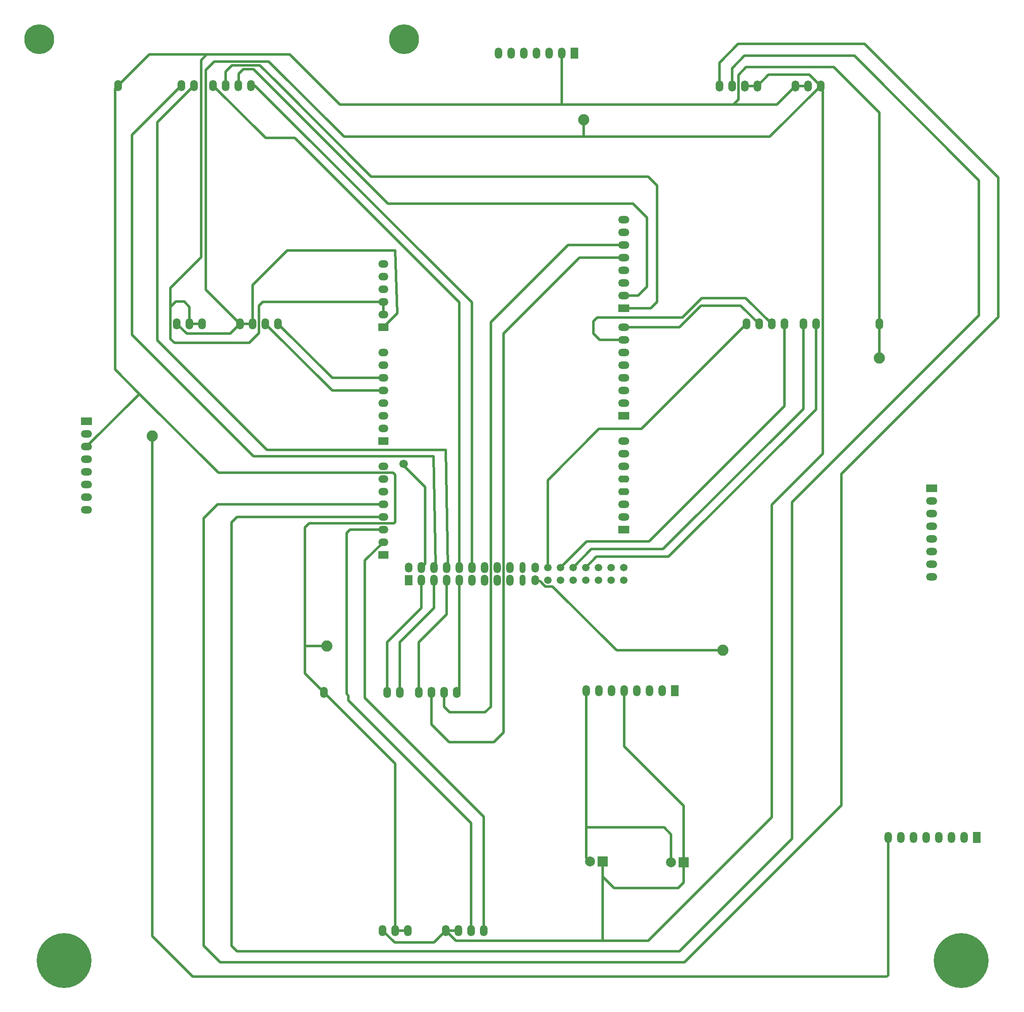
<source format=gbl>
G04*
G04 #@! TF.GenerationSoftware,Altium Limited,Altium Designer,18.0.7 (293)*
G04*
G04 Layer_Physical_Order=2*
G04 Layer_Color=16711680*
%FSLAX44Y44*%
%MOMM*%
G71*
G01*
G75*
%ADD31C,0.5000*%
%ADD32C,11.0000*%
%ADD33C,6.0000*%
%ADD34R,1.5000X2.2500*%
%ADD35O,1.5000X2.2500*%
%ADD36O,1.5240X2.2500*%
%ADD37R,2.2500X1.5000*%
%ADD38O,2.2500X1.5000*%
%ADD39O,2.2500X1.4000*%
%ADD40O,2.0000X1.5000*%
%ADD41R,2.0000X1.5000*%
%ADD42R,1.5000X2.0000*%
%ADD43O,1.5000X2.0000*%
%ADD44O,1.2000X2.2500*%
%ADD45C,1.5000*%
%ADD46R,2.0000X2.0000*%
%ADD47C,2.0000*%
%ADD48C,1.7000*%
%ADD49C,2.2500*%
D31*
X816610Y807720D02*
Y863600D01*
X748440Y739550D02*
X816610Y807720D01*
X748440Y638020D02*
Y739550D01*
X842010Y807720D02*
Y863600D01*
X773840Y739550D02*
X842010Y807720D01*
X773840Y638020D02*
Y739550D01*
X867410Y795020D02*
Y863600D01*
X811940Y739550D02*
X867410Y795020D01*
X811940Y638020D02*
Y739550D01*
X1162050Y1383030D02*
X1169670Y1390650D01*
X1162050Y1358900D02*
Y1383030D01*
Y1358900D02*
X1174750Y1346200D01*
X1169670Y1390650D02*
X1340612D01*
X1174750Y1346200D02*
X1223010D01*
X1270000Y1452880D02*
Y1591310D01*
X1252220Y1435100D02*
X1270000Y1452880D01*
X1223010Y1435100D02*
X1252220D01*
X1134110Y1511300D02*
X1223010D01*
X981870Y1359060D02*
X1134110Y1511300D01*
X981870Y557690D02*
Y1359060D01*
X1111250Y1536700D02*
X1223010D01*
X956310Y1381760D02*
X1111250Y1536700D01*
X956310Y609600D02*
Y1381760D01*
X781050Y1093470D02*
X824230Y1050290D01*
X781050Y1093470D02*
Y1097280D01*
X824230Y896620D02*
Y1050290D01*
X816610Y889000D02*
X824230Y896620D01*
X842010Y889000D02*
X845270Y892476D01*
X841746Y1112520D02*
X845270Y892476D01*
X480060Y1112520D02*
X841746D01*
X867410Y889000D02*
X869919Y891678D01*
X866098Y1125220D02*
X869919Y891678D01*
X506730Y1125220D02*
X866098D01*
X918210Y1421130D02*
X918210Y889000D01*
X482600Y1856740D02*
X918210Y1421130D01*
X474980Y1856740D02*
X482600D01*
X562834Y1751360D02*
X892810Y1421384D01*
X504160Y1751360D02*
X562834D01*
X892810Y1421384D02*
X892810Y889000D01*
X1148080Y306070D02*
Y367030D01*
Y306070D02*
X1155700Y298450D01*
X1318260Y297180D02*
Y353060D01*
X1304290Y367030D02*
X1318260Y353060D01*
X1148080Y367030D02*
X1304290D01*
X1148080D02*
Y641350D01*
X1181100Y139700D02*
Y267970D01*
X1203960Y245110D02*
X1332230D01*
X1181100Y267970D02*
X1203960Y245110D01*
X1181100Y267970D02*
Y298450D01*
X1343660Y256540D02*
Y297180D01*
X1332230Y245110D02*
X1343660Y256540D01*
X270510Y1918970D02*
X384810D01*
X208280Y1856740D02*
X270510Y1918970D01*
X459704Y1889724D02*
X479686D01*
X450062Y1880082D02*
X459704Y1889724D01*
X450062Y1857222D02*
Y1880082D01*
X436764Y1897264D02*
X492876D01*
X424180Y1884680D02*
X436764Y1897264D01*
X424180Y1856740D02*
Y1884680D01*
X401320Y1905000D02*
X510755D01*
X384556Y1888236D02*
X401320Y1905000D01*
X384556Y1447164D02*
Y1888236D01*
X750160Y1619250D02*
X1242060D01*
X479686Y1889724D02*
X750160Y1619250D01*
X1415190Y1855950D02*
Y1902870D01*
X1452880Y1940560D01*
X1706880Y1940560D02*
X1975110Y1672330D01*
X1452880Y1940560D02*
X1706880Y1940560D01*
X1975110Y1392180D02*
Y1672330D01*
X1440590Y1891440D02*
X1440590Y1855950D01*
X1440590Y1891440D02*
X1465580Y1916430D01*
X1686560Y1916430D01*
X1936340Y1666650D01*
X764380Y980669D02*
Y1075461D01*
X761451Y977740D02*
X764380Y980669D01*
X760501Y1079340D02*
X764380Y1075461D01*
X201930Y1286899D02*
Y1850390D01*
X236220Y1356360D02*
Y1757680D01*
X335280Y1856740D01*
X236220Y1356360D02*
X480060Y1112520D01*
X201930Y1286899D02*
X252290Y1236540D01*
X201930Y1850390D02*
X208280Y1856740D01*
X252290Y1236540D02*
X409489Y1079340D01*
X144780Y1131570D02*
X249750Y1236540D01*
X252290D01*
X582930Y731520D02*
X627380D01*
X1736090Y1309370D02*
Y1377950D01*
X1143000Y1754058D02*
X1516498D01*
X661697D02*
X1143000D01*
Y1788160D01*
X510755Y1905000D02*
X661697Y1754058D01*
X1516498D02*
X1618390Y1855950D01*
X1098550Y1818640D02*
X1443170D01*
X653288D02*
X1098550D01*
Y1921510D01*
X1181100Y139700D02*
X1272540D01*
X886460D02*
X1181100D01*
X942340Y160020D02*
Y388620D01*
X916940Y160020D02*
Y375755D01*
X703580Y627380D02*
X942340Y388620D01*
X670560Y622135D02*
X916940Y375755D01*
X582930Y731520D02*
Y969010D01*
Y676530D02*
Y731520D01*
X670560Y622135D02*
Y631865D01*
X666700Y635725D02*
Y958411D01*
X673489Y965200D01*
X740410D01*
X666700Y635725D02*
X670560Y631865D01*
X1659890Y411480D02*
Y1076960D01*
X1975110Y1392180D01*
X1520190Y387350D02*
Y1014730D01*
X1623314Y1117854D02*
Y1848255D01*
X1560830Y1019810D02*
X1936340Y1395320D01*
X1560830Y344170D02*
Y1019810D01*
X1936340Y1395320D02*
Y1666650D01*
X1520190Y1014730D02*
X1623314Y1117854D01*
X740410Y1397000D02*
Y1422400D01*
X1209040Y722630D02*
X1422400D01*
X1080610Y851060D02*
X1209040Y722630D01*
X1058070Y858406D02*
Y859389D01*
X1055141Y862318D02*
X1058070Y859389D01*
X1065416Y851060D02*
X1080610D01*
X1046492Y862318D02*
X1055141D01*
X1045210Y863600D02*
X1046492Y862318D01*
X1058070Y858406D02*
X1065416Y851060D01*
X1343660Y297180D02*
Y410210D01*
X1224280Y529590D02*
X1343660Y410210D01*
X1224280Y529590D02*
Y641350D01*
X1155700Y298450D02*
X1157614Y296536D01*
Y292726D02*
Y296536D01*
X409489Y1079340D02*
X760501D01*
X591660Y977740D02*
X761451D01*
X287020Y1344930D02*
X506730Y1125220D01*
X276860Y148590D02*
Y1153160D01*
Y148590D02*
X358140Y67310D01*
X1750941D02*
X1753870Y70239D01*
X358140Y67310D02*
X1750941D01*
X1753870Y70239D02*
Y346710D01*
X379730Y129929D02*
X413139Y96520D01*
X1344930D01*
X1659890Y411480D01*
X1272540Y139700D02*
X1520190Y387350D01*
X1334770Y118110D02*
X1560830Y344170D01*
X447040Y118110D02*
X1334770D01*
X379730Y129929D02*
Y987671D01*
X408059Y1016000D01*
X888140Y640791D02*
X892810Y645461D01*
Y863600D01*
X888140Y638020D02*
Y640791D01*
X1443170Y1818640D02*
X1530280D01*
X374904Y1512018D02*
Y1907794D01*
X313320Y1412240D02*
Y1450435D01*
X478380Y1378740D02*
Y1456280D01*
X547370Y1525270D01*
X764151D01*
X768350Y1399540D01*
X740410Y1371600D02*
X768350Y1399540D01*
X384556Y1447164D02*
X452980Y1378740D01*
X1618390Y1853179D02*
Y1855950D01*
Y1853179D02*
X1623314Y1848255D01*
X866140Y160020D02*
X886460Y139700D01*
X1340612Y1390650D02*
X1379982Y1430020D01*
X1468120D01*
X1520190Y1377950D01*
X1121410Y889000D02*
X1158240Y925830D01*
X1302004D01*
X1583690Y1207516D01*
Y1377950D01*
X862740Y609190D02*
Y638020D01*
Y609190D02*
X873760Y598170D01*
X944880D01*
X956310Y609600D01*
X837340Y573630D02*
Y638020D01*
Y573630D02*
X872490Y538480D01*
X962660D01*
X981870Y557690D01*
X449580Y1856740D02*
X450062Y1857222D01*
X1242060Y1619250D02*
X1270000Y1591310D01*
X492876Y1897264D02*
X527860Y1862280D01*
X528075D01*
X716495Y1673860D01*
X1272151D01*
X1289931Y1656080D01*
Y1422400D02*
Y1656080D01*
X1277231Y1409700D02*
X1289931Y1422400D01*
X1223010Y1409700D02*
X1277231D01*
X287020Y1783080D02*
X360680Y1856740D01*
X287020Y1344930D02*
Y1783080D01*
X582930Y969010D02*
X591660Y977740D01*
X582930Y676530D02*
X621440Y638020D01*
X1736090Y1377950D02*
Y1802638D01*
X1645158Y1893570D02*
X1736090Y1802638D01*
X1469017Y1893570D02*
X1645158D01*
X1453330Y1877883D02*
X1469017Y1893570D01*
X1453330Y1828800D02*
Y1877883D01*
X1443170Y1818640D02*
X1453330Y1828800D01*
X552958Y1918970D02*
X653288Y1818640D01*
X374904Y1907794D02*
X386080Y1918970D01*
X491040Y1359720D02*
Y1414841D01*
X498599Y1422400D01*
X471170Y1339850D02*
X491040Y1359720D01*
X313320Y1450435D02*
X374904Y1512018D01*
X386080Y1918970D02*
X552958D01*
X1530280Y1818640D02*
X1567590Y1855950D01*
X351213Y1378907D02*
X351380Y1378740D01*
X351213Y1378907D02*
Y1412447D01*
X340730Y1422930D02*
X351213Y1412447D01*
X324011Y1422930D02*
X340730D01*
X313320Y1412240D02*
X324011Y1422930D01*
X313320Y1347859D02*
Y1412240D01*
Y1347859D02*
X321329Y1339850D01*
X471170D01*
X498599Y1422400D02*
X740410D01*
X447040Y990600D02*
X740410D01*
X435999Y979559D02*
X447040Y990600D01*
X435999Y129151D02*
Y979559D01*
Y129151D02*
X447040Y118110D01*
X408059Y1016000D02*
X740410D01*
X703580Y627380D02*
Y902970D01*
X740410Y939800D01*
X1545590Y1213104D02*
Y1377950D01*
X1274064Y941578D02*
X1545590Y1213104D01*
X1148588Y941578D02*
X1274064D01*
X1096010Y889000D02*
X1148588Y941578D01*
X1070610Y889000D02*
Y1064006D01*
X1173734Y1167130D01*
X1258570D01*
X1469390Y1377950D01*
X325980Y1378740D02*
X345820Y1358900D01*
X433140D01*
X452980Y1378740D01*
X478380D01*
X1596010Y1878330D02*
X1618390Y1855950D01*
X1513770Y1878330D02*
X1596010D01*
X1491390Y1855950D02*
X1513770Y1878330D01*
X1465990Y1855950D02*
X1491390D01*
X866140Y160020D02*
X891540D01*
X842010Y135890D02*
X866140Y160020D01*
X763270Y135890D02*
X842010D01*
X739140Y160020D02*
X763270Y135890D01*
X1223010Y1371600D02*
X1335278D01*
X1378458Y1414780D01*
X1457960D01*
X1494790Y1377950D01*
X1146810Y889000D02*
X1168400Y910590D01*
X1313434D01*
X1609090Y1206246D01*
Y1377950D01*
X398780Y1856740D02*
X504160Y1751360D01*
X1567590Y1855950D02*
X1592990D01*
X621440Y638020D02*
X764540Y494920D01*
Y160020D02*
Y494920D01*
Y160020D02*
X789940D01*
X351380Y1378740D02*
X376780D01*
X529180D02*
X637920Y1270000D01*
X740410D01*
X503780Y1378740D02*
X637920Y1244600D01*
X740410D01*
D32*
X1900250Y100000D02*
D03*
X100000D02*
D03*
D33*
X781850Y1950250D02*
D03*
X50000D02*
D03*
D34*
X1325880Y641350D02*
D03*
X1123950Y1921510D02*
D03*
X1931670Y346710D02*
D03*
D35*
X1300480Y641350D02*
D03*
X1275080D02*
D03*
X1249680D02*
D03*
X1224280D02*
D03*
X1198880D02*
D03*
X1173480D02*
D03*
X1148080D02*
D03*
X971550Y1921510D02*
D03*
X996950D02*
D03*
X1022350D02*
D03*
X1047750D02*
D03*
X1073150D02*
D03*
X1098550D02*
D03*
X994410Y863600D02*
D03*
X969010D02*
D03*
X943610D02*
D03*
X918210D02*
D03*
X892810D02*
D03*
X867410D02*
D03*
X842010D02*
D03*
X816610D02*
D03*
Y889000D02*
D03*
X842010D02*
D03*
X867410D02*
D03*
X892810D02*
D03*
X918210D02*
D03*
X943610D02*
D03*
X969010D02*
D03*
X994410D02*
D03*
X1906270Y346710D02*
D03*
X1880870D02*
D03*
X1855470D02*
D03*
X1830070D02*
D03*
X1804670D02*
D03*
X1779270D02*
D03*
X1753870D02*
D03*
D36*
X1469390Y1377950D02*
D03*
X1494790D02*
D03*
X1520190D02*
D03*
X1545590D02*
D03*
X1583690D02*
D03*
X1609090D02*
D03*
X1736090D02*
D03*
X1415190Y1855950D02*
D03*
X1440590D02*
D03*
X1465990D02*
D03*
X1491390D02*
D03*
X1567590D02*
D03*
X1592990D02*
D03*
X1618390D02*
D03*
X208280Y1856740D02*
D03*
X335280D02*
D03*
X360680D02*
D03*
X398780D02*
D03*
X424180D02*
D03*
X449580D02*
D03*
X474980D02*
D03*
X325980Y1378740D02*
D03*
X351380D02*
D03*
X376780D02*
D03*
X452980D02*
D03*
X478380D02*
D03*
X503780D02*
D03*
X529180D02*
D03*
X888140Y638020D02*
D03*
X862740D02*
D03*
X837340D02*
D03*
X811940D02*
D03*
X773840D02*
D03*
X748440D02*
D03*
X621440D02*
D03*
X739140Y160020D02*
D03*
X764540D02*
D03*
X789940D02*
D03*
X866140D02*
D03*
X891540D02*
D03*
X916940D02*
D03*
X942340D02*
D03*
D37*
X1223010Y965200D02*
D03*
Y1193800D02*
D03*
Y1409700D02*
D03*
X1841500Y1047750D02*
D03*
X144780Y1182370D02*
D03*
D38*
X1223010Y990600D02*
D03*
Y1016000D02*
D03*
Y1092200D02*
D03*
Y1117600D02*
D03*
Y1143000D02*
D03*
Y1219200D02*
D03*
Y1244600D02*
D03*
Y1270000D02*
D03*
Y1295400D02*
D03*
Y1320800D02*
D03*
Y1346200D02*
D03*
Y1371600D02*
D03*
Y1435100D02*
D03*
Y1460500D02*
D03*
Y1485900D02*
D03*
Y1511300D02*
D03*
Y1536700D02*
D03*
Y1562100D02*
D03*
Y1587500D02*
D03*
X1841500Y1022350D02*
D03*
Y996950D02*
D03*
Y971550D02*
D03*
Y946150D02*
D03*
Y920750D02*
D03*
Y895350D02*
D03*
Y869950D02*
D03*
X144780Y1156970D02*
D03*
Y1131570D02*
D03*
Y1106170D02*
D03*
Y1080770D02*
D03*
Y1055370D02*
D03*
Y1029970D02*
D03*
Y1004570D02*
D03*
D39*
X1223010Y1041400D02*
D03*
Y1066800D02*
D03*
D40*
X740410Y1498600D02*
D03*
Y1473200D02*
D03*
Y1447800D02*
D03*
Y1422400D02*
D03*
Y1397000D02*
D03*
Y1320800D02*
D03*
Y1295400D02*
D03*
Y1270000D02*
D03*
Y1244600D02*
D03*
Y1219200D02*
D03*
Y1193800D02*
D03*
Y1168400D02*
D03*
Y1092200D02*
D03*
Y1066800D02*
D03*
Y1041400D02*
D03*
Y1016000D02*
D03*
Y990600D02*
D03*
Y965200D02*
D03*
Y939800D02*
D03*
D41*
Y1371600D02*
D03*
Y1143000D02*
D03*
Y914400D02*
D03*
D42*
X791210Y863600D02*
D03*
D43*
Y889000D02*
D03*
X1045210Y863600D02*
D03*
Y889000D02*
D03*
D44*
X1019810D02*
D03*
Y863600D02*
D03*
D45*
X1070610Y889000D02*
D03*
Y863600D02*
D03*
X1096010D02*
D03*
Y889000D02*
D03*
X1121410D02*
D03*
Y863600D02*
D03*
X1146810D02*
D03*
Y889000D02*
D03*
X1172210D02*
D03*
Y863600D02*
D03*
X1197610D02*
D03*
Y889000D02*
D03*
X1223010D02*
D03*
Y863600D02*
D03*
D46*
X1343660Y297180D02*
D03*
X1181100Y298450D02*
D03*
D47*
X1318260Y297180D02*
D03*
X1155700Y298450D02*
D03*
D48*
X781050Y1097280D02*
D03*
D49*
X1736090Y1309370D02*
D03*
X276860Y1153160D02*
D03*
X1422400Y722630D02*
D03*
X627380Y731520D02*
D03*
X1143000Y1788160D02*
D03*
M02*

</source>
